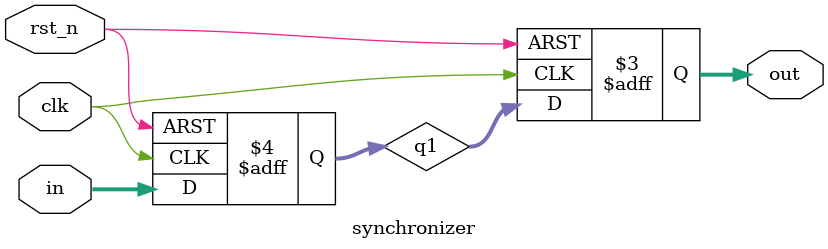
<source format=v>
module synchronizer
  		(
  		input wire			clk, 
        input wire			rst_n,
        input wire [3:0]	in,
        output reg [3:0]	out
       );
  
  reg [3:0] q1;
  
  always@(posedge clk or negedge rst_n)
    begin
      if(~rst_n) begin
      	q1 <= 0;
        out <= 0;
      end
      else begin
        q1 <= in;
        out <= q1;
      end
    end
    
endmodule
</source>
